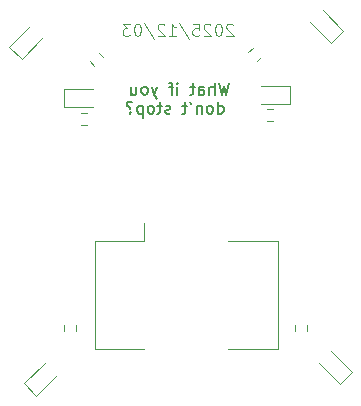
<source format=gbr>
%TF.GenerationSoftware,KiCad,Pcbnew,9.0.6*%
%TF.CreationDate,2025-12-03T22:20:56+01:00*%
%TF.ProjectId,knit_yarn_SAO,6b6e6974-5f79-4617-926e-5f53414f2e6b,rev?*%
%TF.SameCoordinates,Original*%
%TF.FileFunction,Legend,Bot*%
%TF.FilePolarity,Positive*%
%FSLAX46Y46*%
G04 Gerber Fmt 4.6, Leading zero omitted, Abs format (unit mm)*
G04 Created by KiCad (PCBNEW 9.0.6) date 2025-12-03 22:20:56*
%MOMM*%
%LPD*%
G01*
G04 APERTURE LIST*
%ADD10C,0.200000*%
%ADD11C,0.100000*%
%ADD12C,0.120000*%
G04 APERTURE END LIST*
D10*
X103921428Y-79207275D02*
X103683333Y-80207275D01*
X103683333Y-80207275D02*
X103492857Y-79492989D01*
X103492857Y-79492989D02*
X103302381Y-80207275D01*
X103302381Y-80207275D02*
X103064286Y-79207275D01*
X102683333Y-80207275D02*
X102683333Y-79207275D01*
X102254762Y-80207275D02*
X102254762Y-79683465D01*
X102254762Y-79683465D02*
X102302381Y-79588227D01*
X102302381Y-79588227D02*
X102397619Y-79540608D01*
X102397619Y-79540608D02*
X102540476Y-79540608D01*
X102540476Y-79540608D02*
X102635714Y-79588227D01*
X102635714Y-79588227D02*
X102683333Y-79635846D01*
X101350000Y-80207275D02*
X101350000Y-79683465D01*
X101350000Y-79683465D02*
X101397619Y-79588227D01*
X101397619Y-79588227D02*
X101492857Y-79540608D01*
X101492857Y-79540608D02*
X101683333Y-79540608D01*
X101683333Y-79540608D02*
X101778571Y-79588227D01*
X101350000Y-80159656D02*
X101445238Y-80207275D01*
X101445238Y-80207275D02*
X101683333Y-80207275D01*
X101683333Y-80207275D02*
X101778571Y-80159656D01*
X101778571Y-80159656D02*
X101826190Y-80064417D01*
X101826190Y-80064417D02*
X101826190Y-79969179D01*
X101826190Y-79969179D02*
X101778571Y-79873941D01*
X101778571Y-79873941D02*
X101683333Y-79826322D01*
X101683333Y-79826322D02*
X101445238Y-79826322D01*
X101445238Y-79826322D02*
X101350000Y-79778703D01*
X101016666Y-79540608D02*
X100635714Y-79540608D01*
X100873809Y-79207275D02*
X100873809Y-80064417D01*
X100873809Y-80064417D02*
X100826190Y-80159656D01*
X100826190Y-80159656D02*
X100730952Y-80207275D01*
X100730952Y-80207275D02*
X100635714Y-80207275D01*
X99540475Y-80207275D02*
X99540475Y-79540608D01*
X99540475Y-79207275D02*
X99588094Y-79254894D01*
X99588094Y-79254894D02*
X99540475Y-79302513D01*
X99540475Y-79302513D02*
X99492856Y-79254894D01*
X99492856Y-79254894D02*
X99540475Y-79207275D01*
X99540475Y-79207275D02*
X99540475Y-79302513D01*
X99207142Y-79540608D02*
X98826190Y-79540608D01*
X99064285Y-80207275D02*
X99064285Y-79350132D01*
X99064285Y-79350132D02*
X99016666Y-79254894D01*
X99016666Y-79254894D02*
X98921428Y-79207275D01*
X98921428Y-79207275D02*
X98826190Y-79207275D01*
X97826189Y-79540608D02*
X97588094Y-80207275D01*
X97349999Y-79540608D02*
X97588094Y-80207275D01*
X97588094Y-80207275D02*
X97683332Y-80445370D01*
X97683332Y-80445370D02*
X97730951Y-80492989D01*
X97730951Y-80492989D02*
X97826189Y-80540608D01*
X96826189Y-80207275D02*
X96921427Y-80159656D01*
X96921427Y-80159656D02*
X96969046Y-80112036D01*
X96969046Y-80112036D02*
X97016665Y-80016798D01*
X97016665Y-80016798D02*
X97016665Y-79731084D01*
X97016665Y-79731084D02*
X96969046Y-79635846D01*
X96969046Y-79635846D02*
X96921427Y-79588227D01*
X96921427Y-79588227D02*
X96826189Y-79540608D01*
X96826189Y-79540608D02*
X96683332Y-79540608D01*
X96683332Y-79540608D02*
X96588094Y-79588227D01*
X96588094Y-79588227D02*
X96540475Y-79635846D01*
X96540475Y-79635846D02*
X96492856Y-79731084D01*
X96492856Y-79731084D02*
X96492856Y-80016798D01*
X96492856Y-80016798D02*
X96540475Y-80112036D01*
X96540475Y-80112036D02*
X96588094Y-80159656D01*
X96588094Y-80159656D02*
X96683332Y-80207275D01*
X96683332Y-80207275D02*
X96826189Y-80207275D01*
X95635713Y-79540608D02*
X95635713Y-80207275D01*
X96064284Y-79540608D02*
X96064284Y-80064417D01*
X96064284Y-80064417D02*
X96016665Y-80159656D01*
X96016665Y-80159656D02*
X95921427Y-80207275D01*
X95921427Y-80207275D02*
X95778570Y-80207275D01*
X95778570Y-80207275D02*
X95683332Y-80159656D01*
X95683332Y-80159656D02*
X95635713Y-80112036D01*
X102969048Y-81817219D02*
X102969048Y-80817219D01*
X102969048Y-81769600D02*
X103064286Y-81817219D01*
X103064286Y-81817219D02*
X103254762Y-81817219D01*
X103254762Y-81817219D02*
X103350000Y-81769600D01*
X103350000Y-81769600D02*
X103397619Y-81721980D01*
X103397619Y-81721980D02*
X103445238Y-81626742D01*
X103445238Y-81626742D02*
X103445238Y-81341028D01*
X103445238Y-81341028D02*
X103397619Y-81245790D01*
X103397619Y-81245790D02*
X103350000Y-81198171D01*
X103350000Y-81198171D02*
X103254762Y-81150552D01*
X103254762Y-81150552D02*
X103064286Y-81150552D01*
X103064286Y-81150552D02*
X102969048Y-81198171D01*
X102350000Y-81817219D02*
X102445238Y-81769600D01*
X102445238Y-81769600D02*
X102492857Y-81721980D01*
X102492857Y-81721980D02*
X102540476Y-81626742D01*
X102540476Y-81626742D02*
X102540476Y-81341028D01*
X102540476Y-81341028D02*
X102492857Y-81245790D01*
X102492857Y-81245790D02*
X102445238Y-81198171D01*
X102445238Y-81198171D02*
X102350000Y-81150552D01*
X102350000Y-81150552D02*
X102207143Y-81150552D01*
X102207143Y-81150552D02*
X102111905Y-81198171D01*
X102111905Y-81198171D02*
X102064286Y-81245790D01*
X102064286Y-81245790D02*
X102016667Y-81341028D01*
X102016667Y-81341028D02*
X102016667Y-81626742D01*
X102016667Y-81626742D02*
X102064286Y-81721980D01*
X102064286Y-81721980D02*
X102111905Y-81769600D01*
X102111905Y-81769600D02*
X102207143Y-81817219D01*
X102207143Y-81817219D02*
X102350000Y-81817219D01*
X101588095Y-81150552D02*
X101588095Y-81817219D01*
X101588095Y-81245790D02*
X101540476Y-81198171D01*
X101540476Y-81198171D02*
X101445238Y-81150552D01*
X101445238Y-81150552D02*
X101302381Y-81150552D01*
X101302381Y-81150552D02*
X101207143Y-81198171D01*
X101207143Y-81198171D02*
X101159524Y-81293409D01*
X101159524Y-81293409D02*
X101159524Y-81817219D01*
X100635714Y-80817219D02*
X100730952Y-81007695D01*
X100350000Y-81150552D02*
X99969048Y-81150552D01*
X100207143Y-80817219D02*
X100207143Y-81674361D01*
X100207143Y-81674361D02*
X100159524Y-81769600D01*
X100159524Y-81769600D02*
X100064286Y-81817219D01*
X100064286Y-81817219D02*
X99969048Y-81817219D01*
X98921428Y-81769600D02*
X98826190Y-81817219D01*
X98826190Y-81817219D02*
X98635714Y-81817219D01*
X98635714Y-81817219D02*
X98540476Y-81769600D01*
X98540476Y-81769600D02*
X98492857Y-81674361D01*
X98492857Y-81674361D02*
X98492857Y-81626742D01*
X98492857Y-81626742D02*
X98540476Y-81531504D01*
X98540476Y-81531504D02*
X98635714Y-81483885D01*
X98635714Y-81483885D02*
X98778571Y-81483885D01*
X98778571Y-81483885D02*
X98873809Y-81436266D01*
X98873809Y-81436266D02*
X98921428Y-81341028D01*
X98921428Y-81341028D02*
X98921428Y-81293409D01*
X98921428Y-81293409D02*
X98873809Y-81198171D01*
X98873809Y-81198171D02*
X98778571Y-81150552D01*
X98778571Y-81150552D02*
X98635714Y-81150552D01*
X98635714Y-81150552D02*
X98540476Y-81198171D01*
X98207142Y-81150552D02*
X97826190Y-81150552D01*
X98064285Y-80817219D02*
X98064285Y-81674361D01*
X98064285Y-81674361D02*
X98016666Y-81769600D01*
X98016666Y-81769600D02*
X97921428Y-81817219D01*
X97921428Y-81817219D02*
X97826190Y-81817219D01*
X97349999Y-81817219D02*
X97445237Y-81769600D01*
X97445237Y-81769600D02*
X97492856Y-81721980D01*
X97492856Y-81721980D02*
X97540475Y-81626742D01*
X97540475Y-81626742D02*
X97540475Y-81341028D01*
X97540475Y-81341028D02*
X97492856Y-81245790D01*
X97492856Y-81245790D02*
X97445237Y-81198171D01*
X97445237Y-81198171D02*
X97349999Y-81150552D01*
X97349999Y-81150552D02*
X97207142Y-81150552D01*
X97207142Y-81150552D02*
X97111904Y-81198171D01*
X97111904Y-81198171D02*
X97064285Y-81245790D01*
X97064285Y-81245790D02*
X97016666Y-81341028D01*
X97016666Y-81341028D02*
X97016666Y-81626742D01*
X97016666Y-81626742D02*
X97064285Y-81721980D01*
X97064285Y-81721980D02*
X97111904Y-81769600D01*
X97111904Y-81769600D02*
X97207142Y-81817219D01*
X97207142Y-81817219D02*
X97349999Y-81817219D01*
X96588094Y-81150552D02*
X96588094Y-82150552D01*
X96588094Y-81198171D02*
X96492856Y-81150552D01*
X96492856Y-81150552D02*
X96302380Y-81150552D01*
X96302380Y-81150552D02*
X96207142Y-81198171D01*
X96207142Y-81198171D02*
X96159523Y-81245790D01*
X96159523Y-81245790D02*
X96111904Y-81341028D01*
X96111904Y-81341028D02*
X96111904Y-81626742D01*
X96111904Y-81626742D02*
X96159523Y-81721980D01*
X96159523Y-81721980D02*
X96207142Y-81769600D01*
X96207142Y-81769600D02*
X96302380Y-81817219D01*
X96302380Y-81817219D02*
X96492856Y-81817219D01*
X96492856Y-81817219D02*
X96588094Y-81769600D01*
X95540475Y-81721980D02*
X95492856Y-81769600D01*
X95492856Y-81769600D02*
X95540475Y-81817219D01*
X95540475Y-81817219D02*
X95588094Y-81769600D01*
X95588094Y-81769600D02*
X95540475Y-81721980D01*
X95540475Y-81721980D02*
X95540475Y-81817219D01*
X95730951Y-80864838D02*
X95635713Y-80817219D01*
X95635713Y-80817219D02*
X95397618Y-80817219D01*
X95397618Y-80817219D02*
X95302380Y-80864838D01*
X95302380Y-80864838D02*
X95254761Y-80960076D01*
X95254761Y-80960076D02*
X95254761Y-81055314D01*
X95254761Y-81055314D02*
X95302380Y-81150552D01*
X95302380Y-81150552D02*
X95349999Y-81198171D01*
X95349999Y-81198171D02*
X95445237Y-81245790D01*
X95445237Y-81245790D02*
X95492856Y-81293409D01*
X95492856Y-81293409D02*
X95540475Y-81388647D01*
X95540475Y-81388647D02*
X95540475Y-81436266D01*
D11*
X104243734Y-74317657D02*
X104196115Y-74270038D01*
X104196115Y-74270038D02*
X104100877Y-74222419D01*
X104100877Y-74222419D02*
X103862782Y-74222419D01*
X103862782Y-74222419D02*
X103767544Y-74270038D01*
X103767544Y-74270038D02*
X103719925Y-74317657D01*
X103719925Y-74317657D02*
X103672306Y-74412895D01*
X103672306Y-74412895D02*
X103672306Y-74508133D01*
X103672306Y-74508133D02*
X103719925Y-74650990D01*
X103719925Y-74650990D02*
X104291353Y-75222419D01*
X104291353Y-75222419D02*
X103672306Y-75222419D01*
X103053258Y-74222419D02*
X102958020Y-74222419D01*
X102958020Y-74222419D02*
X102862782Y-74270038D01*
X102862782Y-74270038D02*
X102815163Y-74317657D01*
X102815163Y-74317657D02*
X102767544Y-74412895D01*
X102767544Y-74412895D02*
X102719925Y-74603371D01*
X102719925Y-74603371D02*
X102719925Y-74841466D01*
X102719925Y-74841466D02*
X102767544Y-75031942D01*
X102767544Y-75031942D02*
X102815163Y-75127180D01*
X102815163Y-75127180D02*
X102862782Y-75174800D01*
X102862782Y-75174800D02*
X102958020Y-75222419D01*
X102958020Y-75222419D02*
X103053258Y-75222419D01*
X103053258Y-75222419D02*
X103148496Y-75174800D01*
X103148496Y-75174800D02*
X103196115Y-75127180D01*
X103196115Y-75127180D02*
X103243734Y-75031942D01*
X103243734Y-75031942D02*
X103291353Y-74841466D01*
X103291353Y-74841466D02*
X103291353Y-74603371D01*
X103291353Y-74603371D02*
X103243734Y-74412895D01*
X103243734Y-74412895D02*
X103196115Y-74317657D01*
X103196115Y-74317657D02*
X103148496Y-74270038D01*
X103148496Y-74270038D02*
X103053258Y-74222419D01*
X102338972Y-74317657D02*
X102291353Y-74270038D01*
X102291353Y-74270038D02*
X102196115Y-74222419D01*
X102196115Y-74222419D02*
X101958020Y-74222419D01*
X101958020Y-74222419D02*
X101862782Y-74270038D01*
X101862782Y-74270038D02*
X101815163Y-74317657D01*
X101815163Y-74317657D02*
X101767544Y-74412895D01*
X101767544Y-74412895D02*
X101767544Y-74508133D01*
X101767544Y-74508133D02*
X101815163Y-74650990D01*
X101815163Y-74650990D02*
X102386591Y-75222419D01*
X102386591Y-75222419D02*
X101767544Y-75222419D01*
X100862782Y-74222419D02*
X101338972Y-74222419D01*
X101338972Y-74222419D02*
X101386591Y-74698609D01*
X101386591Y-74698609D02*
X101338972Y-74650990D01*
X101338972Y-74650990D02*
X101243734Y-74603371D01*
X101243734Y-74603371D02*
X101005639Y-74603371D01*
X101005639Y-74603371D02*
X100910401Y-74650990D01*
X100910401Y-74650990D02*
X100862782Y-74698609D01*
X100862782Y-74698609D02*
X100815163Y-74793847D01*
X100815163Y-74793847D02*
X100815163Y-75031942D01*
X100815163Y-75031942D02*
X100862782Y-75127180D01*
X100862782Y-75127180D02*
X100910401Y-75174800D01*
X100910401Y-75174800D02*
X101005639Y-75222419D01*
X101005639Y-75222419D02*
X101243734Y-75222419D01*
X101243734Y-75222419D02*
X101338972Y-75174800D01*
X101338972Y-75174800D02*
X101386591Y-75127180D01*
X99672306Y-74174800D02*
X100529448Y-75460514D01*
X98815163Y-75222419D02*
X99386591Y-75222419D01*
X99100877Y-75222419D02*
X99100877Y-74222419D01*
X99100877Y-74222419D02*
X99196115Y-74365276D01*
X99196115Y-74365276D02*
X99291353Y-74460514D01*
X99291353Y-74460514D02*
X99386591Y-74508133D01*
X98434210Y-74317657D02*
X98386591Y-74270038D01*
X98386591Y-74270038D02*
X98291353Y-74222419D01*
X98291353Y-74222419D02*
X98053258Y-74222419D01*
X98053258Y-74222419D02*
X97958020Y-74270038D01*
X97958020Y-74270038D02*
X97910401Y-74317657D01*
X97910401Y-74317657D02*
X97862782Y-74412895D01*
X97862782Y-74412895D02*
X97862782Y-74508133D01*
X97862782Y-74508133D02*
X97910401Y-74650990D01*
X97910401Y-74650990D02*
X98481829Y-75222419D01*
X98481829Y-75222419D02*
X97862782Y-75222419D01*
X96719925Y-74174800D02*
X97577067Y-75460514D01*
X96196115Y-74222419D02*
X96100877Y-74222419D01*
X96100877Y-74222419D02*
X96005639Y-74270038D01*
X96005639Y-74270038D02*
X95958020Y-74317657D01*
X95958020Y-74317657D02*
X95910401Y-74412895D01*
X95910401Y-74412895D02*
X95862782Y-74603371D01*
X95862782Y-74603371D02*
X95862782Y-74841466D01*
X95862782Y-74841466D02*
X95910401Y-75031942D01*
X95910401Y-75031942D02*
X95958020Y-75127180D01*
X95958020Y-75127180D02*
X96005639Y-75174800D01*
X96005639Y-75174800D02*
X96100877Y-75222419D01*
X96100877Y-75222419D02*
X96196115Y-75222419D01*
X96196115Y-75222419D02*
X96291353Y-75174800D01*
X96291353Y-75174800D02*
X96338972Y-75127180D01*
X96338972Y-75127180D02*
X96386591Y-75031942D01*
X96386591Y-75031942D02*
X96434210Y-74841466D01*
X96434210Y-74841466D02*
X96434210Y-74603371D01*
X96434210Y-74603371D02*
X96386591Y-74412895D01*
X96386591Y-74412895D02*
X96338972Y-74317657D01*
X96338972Y-74317657D02*
X96291353Y-74270038D01*
X96291353Y-74270038D02*
X96196115Y-74222419D01*
X95529448Y-74222419D02*
X94910401Y-74222419D01*
X94910401Y-74222419D02*
X95243734Y-74603371D01*
X95243734Y-74603371D02*
X95100877Y-74603371D01*
X95100877Y-74603371D02*
X95005639Y-74650990D01*
X95005639Y-74650990D02*
X94958020Y-74698609D01*
X94958020Y-74698609D02*
X94910401Y-74793847D01*
X94910401Y-74793847D02*
X94910401Y-75031942D01*
X94910401Y-75031942D02*
X94958020Y-75127180D01*
X94958020Y-75127180D02*
X95005639Y-75174800D01*
X95005639Y-75174800D02*
X95100877Y-75222419D01*
X95100877Y-75222419D02*
X95386591Y-75222419D01*
X95386591Y-75222419D02*
X95481829Y-75174800D01*
X95481829Y-75174800D02*
X95529448Y-75127180D01*
D12*
%TO.C,J1*%
X92570000Y-92615000D02*
X92570000Y-101785000D01*
X92570000Y-101785000D02*
X96750000Y-101785000D01*
X96750000Y-92615000D02*
X92570000Y-92615000D01*
X96750000Y-92615000D02*
X96750000Y-91115000D01*
X103850000Y-92615000D02*
X108030000Y-92615000D01*
X108030000Y-92615000D02*
X108030000Y-101785000D01*
X108030000Y-101785000D02*
X103850000Y-101785000D01*
%TO.C,R4*%
X92510654Y-77749580D02*
X92150420Y-77389346D01*
X93249580Y-77010654D02*
X92889346Y-76650420D01*
%TO.C,D5*%
X109035000Y-80985000D02*
X106575000Y-80985000D01*
X109035000Y-79515000D02*
X109035000Y-80985000D01*
X106575000Y-79515000D02*
X109035000Y-79515000D01*
%TO.C,R6*%
X91904724Y-82822500D02*
X91395276Y-82822500D01*
X91904724Y-81777500D02*
X91395276Y-81777500D01*
%TO.C,D4*%
X88085409Y-75454038D02*
X86345926Y-77193521D01*
X86345926Y-77193521D02*
X85306479Y-76154074D01*
X85306479Y-76154074D02*
X87045962Y-74414591D01*
%TO.C,R3*%
X105550420Y-76610654D02*
X105910654Y-76250420D01*
X106289346Y-77349580D02*
X106649580Y-76989346D01*
%TO.C,D1*%
X112579038Y-101914591D02*
X114318521Y-103654074D01*
X113279074Y-104693521D02*
X111539591Y-102954038D01*
X114318521Y-103654074D02*
X113279074Y-104693521D01*
%TO.C,R2*%
X90972500Y-99745276D02*
X90972500Y-100254724D01*
X89927500Y-99745276D02*
X89927500Y-100254724D01*
%TO.C,R5*%
X107095276Y-81427500D02*
X107604724Y-81427500D01*
X107095276Y-82472500D02*
X107604724Y-82472500D01*
%TO.C,D3*%
X113574803Y-74785356D02*
X112535356Y-75824803D01*
X112535356Y-75824803D02*
X110795873Y-74085320D01*
X111835320Y-73045873D02*
X113574803Y-74785356D01*
%TO.C,D2*%
X86556479Y-104654074D02*
X88295962Y-102914591D01*
X87595926Y-105693521D02*
X86556479Y-104654074D01*
X89335409Y-103954038D02*
X87595926Y-105693521D01*
%TO.C,D6*%
X92425000Y-81235000D02*
X89965000Y-81235000D01*
X89965000Y-81235000D02*
X89965000Y-79765000D01*
X89965000Y-79765000D02*
X92425000Y-79765000D01*
%TO.C,R1*%
X110522500Y-99745276D02*
X110522500Y-100254723D01*
X109477500Y-99745277D02*
X109477500Y-100254724D01*
%TD*%
M02*

</source>
